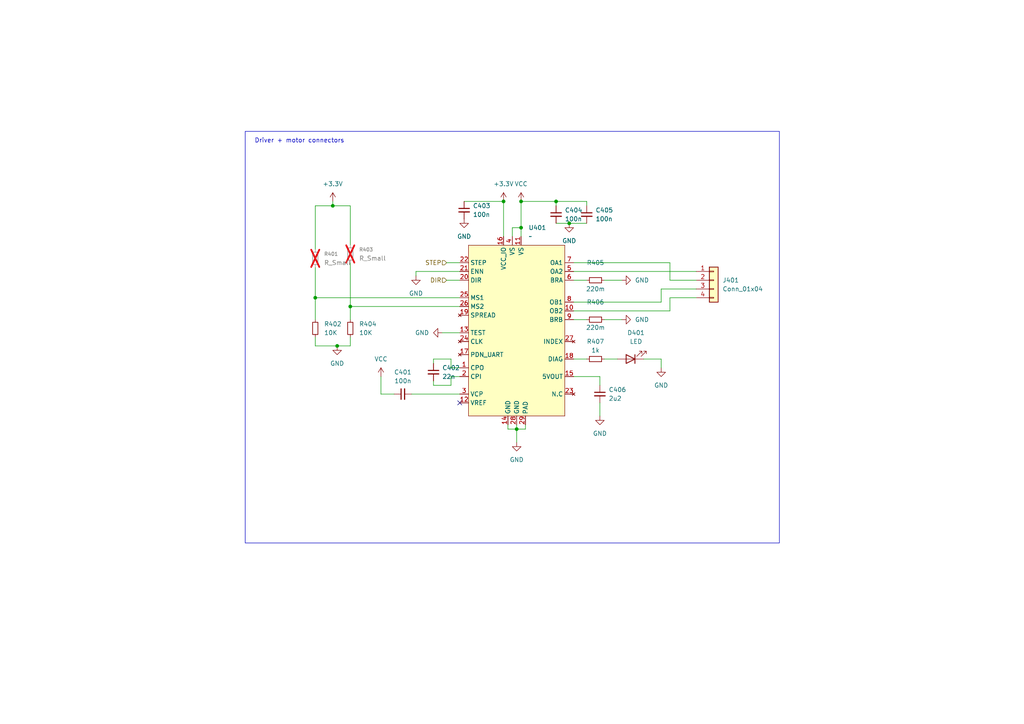
<source format=kicad_sch>
(kicad_sch (version 20250114) (generator "eeschema") (generator_version "9.0")
  (paper "A4")
  (title_block (title "Flynn") (date "21/01/2026"))
  (lib_symbols
    (symbol "Connector_Generic:Conn_01x04" (pin_names (offset 1.016) (hide yes))
      (property "Reference" "J" (at 0 5.08 0))
      (property "Value" "Conn_01x04" (at 0 -7.62 0))
      (symbol "Conn_01x04_1_1"
        (rectangle (start -1.27 3.81) (end 1.27 -6.35) (stroke (width 0.254)) (fill (type background)))
        (rectangle (start -1.27 2.667) (end 0 2.413) (stroke (width 0.1524)))
        (rectangle (start -1.27 0.127) (end 0 -0.127) (stroke (width 0.1524)))
        (rectangle (start -1.27 -2.413) (end 0 -2.667) (stroke (width 0.1524)))
        (rectangle (start -1.27 -4.953) (end 0 -5.207) (stroke (width 0.1524)))
        (pin passive line (at -5.08 2.54 0) (length 3.81) (name "Pin_1") (number "1"))
        (pin passive line (at -5.08 0 0) (length 3.81) (name "Pin_2") (number "2"))
        (pin passive line (at -5.08 -2.54 0) (length 3.81) (name "Pin_3") (number "3"))
        (pin passive line (at -5.08 -5.08 0) (length 3.81) (name "Pin_4") (number "4"))
      )
    )
    (symbol "Device:C_Small" (pin_numbers (hide yes)) (pin_names (offset 0.254) (hide yes))
      (property "Reference" "C" (at 0.254 1.778 0))
      (property "Value" "C_Small" (at 0.254 -2.032 0))
      (symbol "C_Small_0_1"
        (polyline (pts (xy -1.524 0.508) (xy 1.524 0.508)) (stroke (width 0.3048)))
        (polyline (pts (xy -1.524 -0.508) (xy 1.524 -0.508)) (stroke (width 0.3302)))
      )
      (symbol "C_Small_1_1"
        (pin passive line (at 0 2.54 270) (length 2.032) (name "~") (number "1"))
        (pin passive line (at 0 -2.54 90) (length 2.032) (name "~") (number "2"))
      )
    )
    (symbol "Device:LED" (pin_numbers (hide yes)) (pin_names (offset 1.016) (hide yes))
      (property "Reference" "D" (at 0 2.54 0))
      (property "Value" "LED" (at 0 -2.54 0))
      (symbol "LED_0_1"
        (polyline (pts (xy -3.048 -0.762) (xy -4.572 -2.286) (xy -3.81 -2.286) (xy -4.572 -2.286) (xy -4.572 -1.524)))
        (polyline (pts (xy -1.778 -0.762) (xy -3.302 -2.286) (xy -2.54 -2.286) (xy -3.302 -2.286) (xy -3.302 -1.524)))
        (polyline (pts (xy -1.27 0) (xy 1.27 0)))
        (polyline (pts (xy -1.27 -1.27) (xy -1.27 1.27)) (stroke (width 0.254)))
        (polyline (pts (xy 1.27 -1.27) (xy 1.27 1.27) (xy -1.27 0) (xy 1.27 -1.27)) (stroke (width 0.254)))
      )
      (symbol "LED_1_1"
        (pin passive line (at -3.81 0 0) (length 2.54) (name "K") (number "1"))
        (pin passive line (at 3.81 0 180) (length 2.54) (name "A") (number "2"))
      )
    )
    (symbol "Device:R_Small" (pin_numbers (hide yes)) (pin_names (offset 0.254) (hide yes))
      (property "Reference" "R" (at 0.762 0.508 0))
      (property "Value" "R_Small" (at 0.762 -1.016 0))
      (symbol "R_Small_0_1"
        (rectangle (start -0.762 1.778) (end 0.762 -1.778) (stroke (width 0.2032)))
      )
      (symbol "R_Small_1_1"
        (pin passive line (at 0 2.54 270) (length 0.762) (name "~") (number "1"))
        (pin passive line (at 0 -2.54 90) (length 0.762) (name "~") (number "2"))
      )
    )
    (symbol "GND_1" (power) (pin_numbers (hide yes)) (pin_names (offset 0) (hide yes))
      (property "Value" "GND" (at 0 -3.81 0))
      (symbol "GND_1_0_1"
        (polyline (pts (xy 0 0) (xy 0 -1.27) (xy 1.27 -1.27) (xy 0 -2.54) (xy -1.27 -1.27) (xy 0 -1.27)))
      )
      (symbol "GND_1_1_1"
        (pin power_in line (at 0 0 270) (length 0) (name "~") (number "1"))
      )
    )
    (symbol "GND_2" (power) (pin_numbers (hide yes)) (pin_names (offset 0) (hide yes))
      (property "Value" "GND" (at 0 -3.81 0))
      (symbol "GND_2_0_1"
        (polyline (pts (xy 0 0) (xy 0 -1.27) (xy 1.27 -1.27) (xy 0 -2.54) (xy -1.27 -1.27) (xy 0 -1.27)))
      )
      (symbol "GND_2_1_1"
        (pin power_in line (at 0 0 270) (length 0) (name "~") (number "1"))
      )
    )
    (symbol "R_Small_1" (pin_numbers (hide yes)) (pin_names (offset 0.254) (hide yes))
      (property "Reference" "R" (at 0 0 90))
      (property "Value" "R_Small" (at 1.778 0 90))
      (symbol "R_Small_1_0_1"
        (rectangle (start -0.762 1.778) (end 0.762 -1.778) (stroke (width 0.2032)))
      )
      (symbol "R_Small_1_1_1"
        (pin passive line (at 0 2.54 270) (length 0.762) (name "~") (number "1"))
        (pin passive line (at 0 -2.54 90) (length 0.762) (name "~") (number "2"))
      )
    )
    (symbol "R_Small_2" (pin_numbers (hide yes)) (pin_names (offset 0.254) (hide yes))
      (property "Reference" "R" (at 0 0 90))
      (property "Value" "R_Small" (at 1.778 0 90))
      (symbol "R_Small_2_0_1"
        (rectangle (start -0.762 1.778) (end 0.762 -1.778) (stroke (width 0.2032)))
      )
      (symbol "R_Small_2_1_1"
        (pin passive line (at 0 2.54 270) (length 0.762) (name "~") (number "1"))
        (pin passive line (at 0 -2.54 90) (length 0.762) (name "~") (number "2"))
      )
    )
    (symbol "my_lib:TMC2225"
      (property "Reference" "U" (at 13.462 45.212 0))
      (symbol "TMC2225_1_1"
        (rectangle (start -5.08 41.91) (end 22.86 -7.62) (fill (type color) (color 255 255 194 1)))
        (pin input line (at -7.62 36.83 0) (length 2.54) (name "STEP") (number "22"))
        (pin input line (at -7.62 34.29 0) (length 2.54) (name "ENN") (number "21"))
        (pin input line (at -7.62 31.75 0) (length 2.54) (name "DIR") (number "20"))
        (pin input line (at -7.62 26.67 0) (length 2.54) (name "MS1") (number "25"))
        (pin input line (at -7.62 24.13 0) (length 2.54) (name "MS2") (number "26"))
        (pin no_connect line (at -7.62 21.59 0) (length 2.54) (name "SPREAD") (number "19"))
        (pin input line (at -7.62 16.51 0) (length 2.54) (name "TEST") (number "13"))
        (pin no_connect line (at -7.62 13.97 0) (length 2.54) (name "CLK") (number "24"))
        (pin no_connect line (at -7.62 10.16 0) (length 2.54) (name "PDN_UART") (number "17"))
        (pin passive line (at -7.62 6.35 0) (length 2.54) (name "CPO") (number "1"))
        (pin passive line (at -7.62 3.81 0) (length 2.54) (name "CPI") (number "2"))
        (pin passive line (at -7.62 -1.27 0) (length 2.54) (name "VCP") (number "3"))
        (pin input line (at -7.62 -3.81 0) (length 2.54) (name "VREF") (number "12"))
        (pin input line (at 5.08 44.45 270) (length 2.54) (name "VCC_IO") (number "16"))
        (pin input line (at 6.35 -10.16 90) (length 2.54) (name "GND") (number "14"))
        (pin input line (at 7.62 44.45 270) (length 2.54) (name "VS") (number "4"))
        (pin input line (at 8.89 -10.16 90) (length 2.54) (name "GND") (number "28"))
        (pin input line (at 10.16 44.45 270) (length 2.54) (name "VS") (number "11"))
        (pin input line (at 11.43 -10.16 90) (length 2.54) (name "PAD") (number "29"))
        (pin output line (at 25.4 36.83 180) (length 2.54) (name "OA1") (number "7"))
        (pin output line (at 25.4 34.29 180) (length 2.54) (name "OA2") (number "5"))
        (pin output line (at 25.4 31.75 180) (length 2.54) (name "BRA") (number "6"))
        (pin output line (at 25.4 25.4 180) (length 2.54) (name "OB1") (number "8"))
        (pin output line (at 25.4 22.86 180) (length 2.54) (name "OB2") (number "10"))
        (pin output line (at 25.4 20.32 180) (length 2.54) (name "BRB") (number "9"))
        (pin no_connect line (at 25.4 13.97 180) (length 2.54) (name "INDEX") (number "27"))
        (pin output line (at 25.4 8.89 180) (length 2.54) (name "DIAG") (number "18"))
        (pin passive line (at 25.4 3.81 180) (length 2.54) (name "5VOUT") (number "15"))
        (pin no_connect line (at 25.4 -1.27 180) (length 2.54) (name "N.C") (number "23"))
      )
    )
    (symbol "power:+3.3V" (power) (pin_names (offset 0))
      (property "Value" "+3.3V" (at 0 3.556 0))
      (symbol "+3.3V_0_1"
        (polyline (pts (xy -0.762 1.27) (xy 0 2.54)))
        (polyline (pts (xy 0 2.54) (xy 0.762 1.27)))
        (polyline (pts (xy 0 0) (xy 0 2.54)))
      )
      (symbol "+3.3V_1_1"
        (pin power_in line (at 0 0 90) (length 0) (hide yes) (name "+3.3V") (number "1"))
      )
    )
    (symbol "power:GND" (power) (pin_names (offset 0))
      (property "Value" "GND" (at 0 -3.81 0))
      (symbol "GND_0_1"
        (polyline (pts (xy 0 0) (xy 0 -1.27) (xy 1.27 -1.27) (xy 0 -2.54) (xy -1.27 -1.27) (xy 0 -1.27)))
      )
      (symbol "GND_1_1"
        (pin power_in line (at 0 0 270) (length 0) (hide yes) (name "GND") (number "1"))
      )
    )
    (symbol "power:VCC" (power) (pin_names (offset 0))
      (property "Value" "VCC" (at 0 3.81 0))
      (symbol "VCC_0_1"
        (polyline (pts (xy -0.762 1.27) (xy 0 2.54)))
        (polyline (pts (xy 0 2.54) (xy 0.762 1.27)))
        (polyline (pts (xy 0 0) (xy 0 2.54)))
      )
      (symbol "VCC_1_1"
        (pin power_in line (at 0 0 90) (length 0) (hide yes) (name "VCC") (number "1"))
      )
    )
  )
  (rectangle (start 71.12 38.1) (end 226.06 157.48))
  (text "Driver + motor connectors\n" (at 86.868 40.894 0) (effects (font (size 1.27 1.27))))
  (junction (at 149.86 124.46))
  (junction (at 146.05 58.42))
  (junction (at 97.79 100.33))
  (junction (at 91.44 86.36))
  (junction (at 101.6 88.9))
  (junction (at 165.1 64.77))
  (junction (at 161.29 58.42))
  (junction (at 151.13 58.42))
  (junction (at 151.13 66.04))
  (junction (at 96.52 59.69))
  (no_connect (at 133.35 116.84))
  (wire (pts (xy 133.35 78.74) (xy 120.65 78.74)))
  (wire (pts (xy 91.44 59.69) (xy 91.44 72.39)))
  (wire (pts (xy 161.29 58.42) (xy 161.29 59.69)))
  (wire (pts (xy 96.52 59.69) (xy 101.6 59.69)))
  (wire (pts (xy 151.13 58.42) (xy 161.29 58.42)))
  (wire (pts (xy 166.37 87.63) (xy 191.77 87.63)))
  (wire (pts (xy 166.37 78.74) (xy 201.93 78.74)))
  (wire (pts (xy 194.31 81.28) (xy 201.93 81.28)))
  (wire (pts (xy 148.59 68.58) (xy 148.59 66.04)))
  (wire (pts (xy 133.35 109.22) (xy 130.81 109.22)))
  (wire (pts (xy 151.13 58.42) (xy 151.13 66.04)))
  (wire (pts (xy 152.4 123.19) (xy 152.4 124.46)))
  (wire (pts (xy 166.37 81.28) (xy 170.18 81.28)))
  (wire (pts (xy 175.26 92.71) (xy 180.34 92.71)))
  (wire (pts (xy 148.59 66.04) (xy 151.13 66.04)))
  (wire (pts (xy 133.35 106.68) (xy 130.81 106.68)))
  (wire (pts (xy 96.52 59.69) (xy 96.52 58.42)))
  (wire (pts (xy 175.26 81.28) (xy 180.34 81.28)))
  (wire (pts (xy 146.05 58.42) (xy 146.05 68.58)))
  (wire (pts (xy 170.18 58.42) (xy 170.18 59.69)))
  (wire (pts (xy 165.1 64.77) (xy 170.18 64.77)))
  (wire (pts (xy 125.73 110.49) (xy 125.73 111.76)))
  (wire (pts (xy 151.13 66.04) (xy 151.13 68.58)))
  (wire (pts (xy 125.73 104.14) (xy 125.73 105.41)))
  (wire (pts (xy 175.26 104.14) (xy 179.07 104.14)))
  (wire (pts (xy 194.31 76.2) (xy 194.31 81.28)))
  (wire (pts (xy 130.81 106.68) (xy 130.81 104.14)))
  (wire (pts (xy 128.27 96.52) (xy 133.35 96.52)))
  (wire (pts (xy 130.81 111.76) (xy 125.73 111.76)))
  (wire (pts (xy 134.62 58.42) (xy 146.05 58.42)))
  (wire (pts (xy 91.44 97.79) (xy 91.44 100.33)))
  (wire (pts (xy 114.3 114.3) (xy 110.49 114.3)))
  (wire (pts (xy 101.6 59.69) (xy 101.6 71.12)))
  (wire (pts (xy 101.6 100.33) (xy 101.6 97.79)))
  (wire (pts (xy 152.4 124.46) (xy 149.86 124.46)))
  (wire (pts (xy 147.32 123.19) (xy 147.32 124.46)))
  (wire (pts (xy 129.54 81.28) (xy 133.35 81.28)))
  (wire (pts (xy 120.65 78.74) (xy 120.65 80.01)))
  (wire (pts (xy 161.29 64.77) (xy 165.1 64.77)))
  (wire (pts (xy 119.38 114.3) (xy 133.35 114.3)))
  (wire (pts (xy 191.77 87.63) (xy 191.77 83.82)))
  (wire (pts (xy 91.44 100.33) (xy 97.79 100.33)))
  (wire (pts (xy 91.44 92.71) (xy 91.44 86.36)))
  (wire (pts (xy 173.99 116.84) (xy 173.99 120.65)))
  (wire (pts (xy 191.77 83.82) (xy 201.93 83.82)))
  (wire (pts (xy 91.44 77.47) (xy 91.44 86.36)))
  (wire (pts (xy 130.81 104.14) (xy 125.73 104.14)))
  (wire (pts (xy 91.44 59.69) (xy 96.52 59.69)))
  (wire (pts (xy 97.79 100.33) (xy 101.6 100.33)))
  (wire (pts (xy 191.77 104.14) (xy 191.77 106.68)))
  (wire (pts (xy 166.37 104.14) (xy 170.18 104.14)))
  (wire (pts (xy 194.31 90.17) (xy 194.31 86.36)))
  (wire (pts (xy 129.54 76.2) (xy 133.35 76.2)))
  (wire (pts (xy 130.81 109.22) (xy 130.81 111.76)))
  (wire (pts (xy 186.69 104.14) (xy 191.77 104.14)))
  (wire (pts (xy 101.6 88.9) (xy 133.35 88.9)))
  (wire (pts (xy 149.86 124.46) (xy 149.86 128.27)))
  (wire (pts (xy 173.99 109.22) (xy 173.99 111.76)))
  (wire (pts (xy 110.49 114.3) (xy 110.49 109.22)))
  (wire (pts (xy 166.37 109.22) (xy 173.99 109.22)))
  (wire (pts (xy 147.32 124.46) (xy 149.86 124.46)))
  (wire (pts (xy 101.6 76.2) (xy 101.6 88.9)))
  (wire (pts (xy 161.29 58.42) (xy 170.18 58.42)))
  (wire (pts (xy 101.6 92.71) (xy 101.6 88.9)))
  (wire (pts (xy 149.86 124.46) (xy 149.86 123.19)))
  (wire (pts (xy 91.44 86.36) (xy 133.35 86.36)))
  (wire (pts (xy 166.37 76.2) (xy 194.31 76.2)))
  (wire (pts (xy 194.31 86.36) (xy 201.93 86.36)))
  (wire (pts (xy 166.37 90.17) (xy 194.31 90.17)))
  (wire (pts (xy 166.37 92.71) (xy 170.18 92.71)))
  (hierarchical_label "STEP" (shape input) (at 129.54 76.2 180))
  (hierarchical_label "DIR" (shape input) (at 129.54 81.28 180))
  (symbol (lib_name "R_Small_2") (lib_id "Device:R_Small") (at 101.6 73.66 0) (unit 1) (dnp yes)
    (property "Reference" "R203" (at 104.14 72.3899 0) (effects (font (size 1.016 1.016)) (justify left)))
    (property "Value" "R_Small" (at 104.14 74.9299 0) (effects (justify left)))
    (property "Footprint" "Resistor_SMD:R_0603_1608Metric" (effects (hide yes)))
    (property "Description" "Resistor, small symbol" (effects (hide yes)))
    (instances (project "" (path "" (reference "R403") (unit 1)) (path "" (reference "R203") (unit 1))))
  )
  (symbol (lib_id "power:GND") (at 180.34 92.71 90) (unit 1)
    (property "Reference" "#PWR0213" (effects (hide yes)))
    (property "Value" "GND" (at 184.15 92.7099 90) (effects (justify right)))
    (property "Description" "Power symbol creates a global label with name \"GND\" , ground" (effects (hide yes)))
    (instances (project "flynn_mainboard" (path "" (reference "#PWR0413") (unit 1)) (path "" (reference "#PWR0213") (unit 1))))
  )
  (symbol (lib_id "power:VCC") (at 151.13 58.42 0) (unit 1)
    (property "Reference" "#PWR0209" (effects (hide yes)))
    (property "Value" "VCC" (at 151.13 53.34 0))
    (property "Description" "Power symbol creates a global label with name \"VCC\"" (effects (hide yes)))
    (instances (project "flynn_mainboard" (path "" (reference "#PWR0409") (unit 1)) (path "" (reference "#PWR0209") (unit 1))))
  )
  (symbol (lib_id "Connector_Generic:Conn_01x04") (at 207.01 81.28 0) (unit 1)
    (property "Reference" "J201" (at 209.55 81.2799 0) (effects (justify left)))
    (property "Value" "Conn_01x04" (at 209.55 83.8199 0) (effects (justify left)))
    (property "Footprint" "Connector_JST:JST_PH_B4B-PH-K_1x04_P2.00mm_Vertical" (effects (hide yes)))
    (property "Description" "Generic connector, single row, 01x04, script generated (kicad-library-utils/schlib/autogen/connector/)" (effects (hide yes)))
    (instances (project "flynn_mainboard" (path "" (reference "J401") (unit 1)) (path "" (reference "J201") (unit 1))))
  )
  (symbol (lib_id "Device:C_Small") (at 173.99 114.3 0) (unit 1)
    (property "Reference" "C206" (at 176.53 113.0362 0) (effects (justify left)))
    (property "Value" "2u2" (at 176.53 115.5762 0) (effects (justify left)))
    (property "Footprint" "Capacitor_SMD:C_0603_1608Metric" (effects (hide yes)))
    (property "Description" "Unpolarized capacitor, small symbol" (effects (hide yes)))
    (instances (project "flynn_mainboard" (path "" (reference "C406") (unit 1)) (path "" (reference "C206") (unit 1))))
  )
  (symbol (lib_id "power:GND") (at 180.34 81.28 90) (unit 1)
    (property "Reference" "#PWR0212" (effects (hide yes)))
    (property "Value" "GND" (at 184.15 81.2799 90) (effects (justify right)))
    (property "Description" "Power symbol creates a global label with name \"GND\" , ground" (effects (hide yes)))
    (instances (project "flynn_mainboard" (path "" (reference "#PWR0412") (unit 1)) (path "" (reference "#PWR0212") (unit 1))))
  )
  (symbol (lib_id "power:GND") (at 120.65 80.01 0) (unit 1)
    (property "Reference" "#PWR0204" (effects (hide yes)))
    (property "Value" "GND" (at 120.65 85.09 0))
    (property "Description" "Power symbol creates a global label with name \"GND\" , ground" (effects (hide yes)))
    (instances (project "flynn_mainboard" (path "" (reference "#PWR0404") (unit 1)) (path "" (reference "#PWR0204") (unit 1))))
  )
  (symbol (lib_id "power:+3.3V") (at 96.52 58.42 0) (unit 1)
    (property "Reference" "#PWR0201" (effects (hide yes)))
    (property "Value" "+3.3V" (at 96.52 53.34 0))
    (property "Description" "Power symbol creates a global label with name \"+3.3V\"" (effects (hide yes)))
    (instances (project "flynn_mainboard" (path "" (reference "#PWR0401") (unit 1)) (path "" (reference "#PWR0201") (unit 1))))
  )
  (symbol (lib_id "Device:C_Small") (at 161.29 62.23 0) (unit 1)
    (property "Reference" "C204" (at 163.83 60.9662 0) (effects (justify left)))
    (property "Value" "100n" (at 163.83 63.5062 0) (effects (justify left)))
    (property "Footprint" "Capacitor_SMD:C_0603_1608Metric" (effects (hide yes)))
    (property "Description" "Unpolarized capacitor, small symbol" (effects (hide yes)))
    (instances (project "" (path "" (reference "C404") (unit 1)) (path "" (reference "C204") (unit 1))))
  )
  (symbol (lib_id "power:GND") (at 191.77 106.68 0) (unit 1)
    (property "Reference" "#PWR0214" (effects (hide yes)))
    (property "Value" "GND" (at 191.77 111.76 0))
    (property "Description" "Power symbol creates a global label with name \"GND\" , ground" (effects (hide yes)))
    (instances (project "flynn_mainboard" (path "" (reference "#PWR0414") (unit 1)) (path "" (reference "#PWR0214") (unit 1))))
  )
  (symbol (lib_name "GND_2") (lib_id "power:GND") (at 134.62 63.5 0) (unit 1)
    (property "Reference" "#PWR0206" (effects (hide yes)))
    (property "Value" "GND" (at 134.62 68.58 0))
    (property "Description" "Power symbol creates a global label with name \"GND\" , ground" (effects (hide yes)))
    (instances (project "" (path "" (reference "#PWR0406") (unit 1)) (path "" (reference "#PWR0206") (unit 1))))
  )
  (symbol (lib_id "Device:C_Small") (at 170.18 62.23 0) (unit 1)
    (property "Reference" "C205" (at 172.72 60.9662 0) (effects (justify left)))
    (property "Value" "100n" (at 172.72 63.5062 0) (effects (justify left)))
    (property "Footprint" "Capacitor_SMD:C_0603_1608Metric" (effects (hide yes)))
    (property "Description" "Unpolarized capacitor, small symbol" (effects (hide yes)))
    (instances (project "" (path "" (reference "C405") (unit 1)) (path "" (reference "C205") (unit 1))))
  )
  (symbol (lib_name "R_Small_1") (lib_id "Device:R_Small") (at 91.44 74.93 0) (unit 1) (dnp yes)
    (property "Reference" "R201" (at 93.98 73.6599 0) (effects (font (size 1.016 1.016)) (justify left)))
    (property "Value" "R_Small" (at 93.98 76.1999 0) (effects (justify left)))
    (property "Footprint" "Resistor_SMD:R_0603_1608Metric" (effects (hide yes)))
    (property "Description" "Resistor, small symbol" (effects (hide yes)))
    (instances (project "" (path "" (reference "R401") (unit 1)) (path "" (reference "R201") (unit 1))))
  )
  (symbol (lib_id "my_lib:TMC2225") (at 140.97 113.03 0) (unit 1)
    (property "Reference" "U201" (at 153.2733 66.04 0) (effects (justify left)))
    (property "Value" "~" (at 153.2733 68.58 0) (effects (justify left)))
    (property "Footprint" "Package_SO:HTSSOP-28-1EP_4.4x9.7mm_P0.65mm_EP2.85x5.4mm_ThermalVias" (effects (hide yes)))
    (instances (project "flynn_mainboard" (path "" (reference "U401") (unit 1)) (path "" (reference "U201") (unit 1))))
  )
  (symbol (lib_id "power:GND") (at 149.86 128.27 0) (unit 1)
    (property "Reference" "#PWR0208" (effects (hide yes)))
    (property "Value" "GND" (at 149.86 133.35 0))
    (property "Description" "Power symbol creates a global label with name \"GND\" , ground" (effects (hide yes)))
    (instances (project "flynn_mainboard" (path "" (reference "#PWR0408") (unit 1)) (path "" (reference "#PWR0208") (unit 1))))
  )
  (symbol (lib_id "Device:C_Small") (at 116.84 114.3 90) (unit 1)
    (property "Reference" "C201" (at 116.8463 107.95 90))
    (property "Value" "100n" (at 116.8463 110.49 90))
    (property "Footprint" "Capacitor_SMD:C_0603_1608Metric" (effects (hide yes)))
    (property "Description" "Unpolarized capacitor, small symbol" (effects (hide yes)))
    (instances (project "flynn_mainboard" (path "" (reference "C401") (unit 1)) (path "" (reference "C201") (unit 1))))
  )
  (symbol (lib_id "Device:C_Small") (at 125.73 107.95 0) (unit 1)
    (property "Reference" "C202" (at 128.27 106.6862 0) (effects (justify left)))
    (property "Value" "22n" (at 128.27 109.2262 0) (effects (justify left)))
    (property "Footprint" "Capacitor_SMD:C_0603_1608Metric" (effects (hide yes)))
    (property "Description" "Unpolarized capacitor, small symbol" (effects (hide yes)))
    (instances (project "flynn_mainboard" (path "" (reference "C402") (unit 1)) (path "" (reference "C202") (unit 1))))
  )
  (symbol (lib_name "GND_1") (lib_id "power:GND") (at 165.1 64.77 0) (unit 1)
    (property "Reference" "#PWR0210" (effects (hide yes)))
    (property "Value" "GND" (at 165.1 69.85 0))
    (property "Description" "Power symbol creates a global label with name \"GND\" , ground" (effects (hide yes)))
    (instances (project "" (path "" (reference "#PWR0410") (unit 1)) (path "" (reference "#PWR0210") (unit 1))))
  )
  (symbol (lib_id "Device:C_Small") (at 134.62 60.96 0) (unit 1)
    (property "Reference" "C203" (at 137.16 59.6962 0) (effects (justify left)))
    (property "Value" "100n" (at 137.16 62.2362 0) (effects (justify left)))
    (property "Footprint" "Capacitor_SMD:C_0603_1608Metric" (effects (hide yes)))
    (property "Description" "Unpolarized capacitor, small symbol" (effects (hide yes)))
    (instances (project "" (path "" (reference "C403") (unit 1)) (path "" (reference "C203") (unit 1))))
  )
  (symbol (lib_id "Device:R_Small") (at 172.72 92.71 90) (unit 1)
    (property "Reference" "R206" (at 172.72 87.63 90))
    (property "Value" "220m" (at 172.72 94.996 90))
    (property "Footprint" "Resistor_SMD:R_1206_3216Metric" (effects (hide yes)))
    (property "Description" "Resistor, small symbol" (effects (hide yes)))
    (instances (project "flynn_mainboard" (path "" (reference "R406") (unit 1)) (path "" (reference "R206") (unit 1))))
  )
  (symbol (lib_id "power:GND") (at 128.27 96.52 270) (unit 1)
    (property "Reference" "#PWR0205" (effects (hide yes)))
    (property "Value" "GND" (at 124.46 96.5199 90) (effects (justify right)))
    (property "Description" "Power symbol creates a global label with name \"GND\" , ground" (effects (hide yes)))
    (instances (project "flynn_mainboard" (path "" (reference "#PWR0405") (unit 1)) (path "" (reference "#PWR0205") (unit 1))))
  )
  (symbol (lib_id "Device:R_Small") (at 172.72 81.28 90) (unit 1)
    (property "Reference" "R205" (at 172.72 76.2 90))
    (property "Value" "220m" (at 172.72 83.82 90))
    (property "Footprint" "Resistor_SMD:R_1206_3216Metric" (effects (hide yes)))
    (property "Description" "Resistor, small symbol" (effects (hide yes)))
    (instances (project "flynn_mainboard" (path "" (reference "R405") (unit 1)) (path "" (reference "R205") (unit 1))))
  )
  (symbol (lib_id "power:GND") (at 173.99 120.65 0) (unit 1)
    (property "Reference" "#PWR0211" (effects (hide yes)))
    (property "Value" "GND" (at 173.99 125.73 0))
    (property "Description" "Power symbol creates a global label with name \"GND\" , ground" (effects (hide yes)))
    (instances (project "flynn_mainboard" (path "" (reference "#PWR0411") (unit 1)) (path "" (reference "#PWR0211") (unit 1))))
  )
  (symbol (lib_id "Device:LED") (at 182.88 104.14 180) (unit 1)
    (property "Reference" "D201" (at 184.4675 96.52 0))
    (property "Value" "LED" (at 184.4675 99.06 0))
    (property "Footprint" "LED_SMD:LED_0603_1608Metric" (effects (hide yes)))
    (property "Description" "Light emitting diode" (effects (hide yes)))
    (instances (project "flynn_mainboard" (path "" (reference "D401") (unit 1)) (path "" (reference "D201") (unit 1))))
  )
  (symbol (lib_id "power:+3.3V") (at 146.05 58.42 0) (unit 1)
    (property "Reference" "#PWR0207" (effects (hide yes)))
    (property "Value" "+3.3V" (at 146.05 53.34 0))
    (property "Description" "Power symbol creates a global label with name \"+3.3V\"" (effects (hide yes)))
    (instances (project "flynn_mainboard" (path "" (reference "#PWR0407") (unit 1)) (path "" (reference "#PWR0207") (unit 1))))
  )
  (symbol (lib_id "Device:R_Small") (at 172.72 104.14 90) (unit 1)
    (property "Reference" "R207" (at 172.72 99.06 90))
    (property "Value" "1k" (at 172.72 101.6 90))
    (property "Footprint" "Resistor_SMD:R_0603_1608Metric" (effects (hide yes)))
    (property "Description" "Resistor, small symbol" (effects (hide yes)))
    (instances (project "flynn_mainboard" (path "" (reference "R407") (unit 1)) (path "" (reference "R207") (unit 1))))
  )
  (symbol (lib_id "Device:R_Small") (at 101.6 95.25 0) (unit 1)
    (property "Reference" "R204" (at 104.14 93.9799 0) (effects (justify left)))
    (property "Value" "10K" (at 104.14 96.5199 0) (effects (justify left)))
    (property "Footprint" "Resistor_SMD:R_0603_1608Metric" (effects (hide yes)))
    (property "Description" "Resistor, small symbol" (effects (hide yes)))
    (instances (project "flynn_mainboard" (path "" (reference "R404") (unit 1)) (path "" (reference "R204") (unit 1))))
  )
  (symbol (lib_id "power:GND") (at 97.79 100.33 0) (unit 1)
    (property "Reference" "#PWR0202" (effects (hide yes)))
    (property "Value" "GND" (at 97.79 105.41 0))
    (property "Description" "Power symbol creates a global label with name \"GND\" , ground" (effects (hide yes)))
    (instances (project "flynn_mainboard" (path "" (reference "#PWR0402") (unit 1)) (path "" (reference "#PWR0202") (unit 1))))
  )
  (symbol (lib_id "power:VCC") (at 110.49 109.22 0) (unit 1)
    (property "Reference" "#PWR0203" (effects (hide yes)))
    (property "Value" "VCC" (at 110.49 104.14 0))
    (property "Description" "Power symbol creates a global label with name \"VCC\"" (effects (hide yes)))
    (instances (project "flynn_mainboard" (path "" (reference "#PWR0403") (unit 1)) (path "" (reference "#PWR0203") (unit 1))))
  )
  (symbol (lib_id "Device:R_Small") (at 91.44 95.25 0) (unit 1)
    (property "Reference" "R202" (at 93.98 93.9799 0) (effects (justify left)))
    (property "Value" "10K" (at 93.98 96.5199 0) (effects (justify left)))
    (property "Footprint" "Resistor_SMD:R_0603_1608Metric" (effects (hide yes)))
    (property "Description" "Resistor, small symbol" (effects (hide yes)))
    (instances (project "flynn_mainboard" (path "" (reference "R402") (unit 1)) (path "" (reference "R202") (unit 1))))
  )
)
</source>
